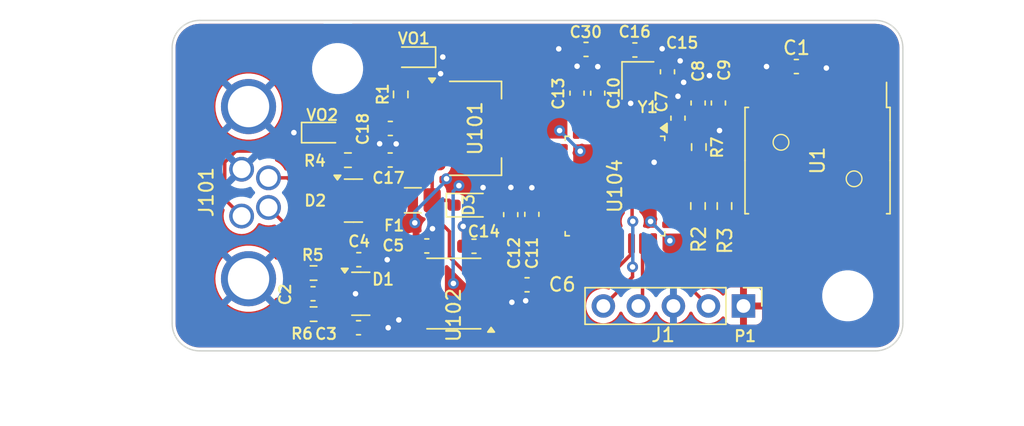
<source format=kicad_pcb>
(kicad_pcb
	(version 20240108)
	(generator "pcbnew")
	(generator_version "8.0")
	(general
		(thickness 1.6)
		(legacy_teardrops no)
	)
	(paper "A4")
	(layers
		(0 "F.Cu" signal)
		(31 "B.Cu" signal)
		(32 "B.Adhes" user "B.Adhesive")
		(33 "F.Adhes" user "F.Adhesive")
		(34 "B.Paste" user)
		(35 "F.Paste" user)
		(36 "B.SilkS" user "B.Silkscreen")
		(37 "F.SilkS" user "F.Silkscreen")
		(38 "B.Mask" user)
		(39 "F.Mask" user)
		(40 "Dwgs.User" user "User.Drawings")
		(41 "Cmts.User" user "User.Comments")
		(42 "Eco1.User" user "User.Eco1")
		(43 "Eco2.User" user "User.Eco2")
		(44 "Edge.Cuts" user)
		(45 "Margin" user)
		(46 "B.CrtYd" user "B.Courtyard")
		(47 "F.CrtYd" user "F.Courtyard")
		(48 "B.Fab" user)
		(49 "F.Fab" user)
		(50 "User.1" user)
		(51 "User.2" user)
		(52 "User.3" user)
		(53 "User.4" user)
		(54 "User.5" user)
		(55 "User.6" user)
		(56 "User.7" user)
		(57 "User.8" user)
		(58 "User.9" user)
	)
	(setup
		(stackup
			(layer "F.SilkS"
				(type "Top Silk Screen")
			)
			(layer "F.Paste"
				(type "Top Solder Paste")
			)
			(layer "F.Mask"
				(type "Top Solder Mask")
				(thickness 0.01)
			)
			(layer "F.Cu"
				(type "copper")
				(thickness 0.035)
			)
			(layer "dielectric 1"
				(type "core")
				(thickness 1.51)
				(material "FR4")
				(epsilon_r 4.5)
				(loss_tangent 0.02)
			)
			(layer "B.Cu"
				(type "copper")
				(thickness 0.035)
			)
			(layer "B.Mask"
				(type "Bottom Solder Mask")
				(thickness 0.01)
			)
			(layer "B.Paste"
				(type "Bottom Solder Paste")
			)
			(layer "B.SilkS"
				(type "Bottom Silk Screen")
			)
			(copper_finish "None")
			(dielectric_constraints no)
		)
		(pad_to_mask_clearance 0)
		(allow_soldermask_bridges_in_footprints no)
		(aux_axis_origin 100 80)
		(grid_origin 100 80)
		(pcbplotparams
			(layerselection 0x00010fc_ffffffff)
			(plot_on_all_layers_selection 0x0000000_00000000)
			(disableapertmacros no)
			(usegerberextensions no)
			(usegerberattributes yes)
			(usegerberadvancedattributes yes)
			(creategerberjobfile yes)
			(dashed_line_dash_ratio 12.000000)
			(dashed_line_gap_ratio 3.000000)
			(svgprecision 6)
			(plotframeref no)
			(viasonmask no)
			(mode 1)
			(useauxorigin no)
			(hpglpennumber 1)
			(hpglpenspeed 20)
			(hpglpendiameter 15.000000)
			(pdf_front_fp_property_popups yes)
			(pdf_back_fp_property_popups yes)
			(dxfpolygonmode yes)
			(dxfimperialunits yes)
			(dxfusepcbnewfont yes)
			(psnegative no)
			(psa4output no)
			(plotreference yes)
			(plotvalue yes)
			(plotfptext yes)
			(plotinvisibletext no)
			(sketchpadsonfab no)
			(subtractmaskfromsilk no)
			(outputformat 1)
			(mirror no)
			(drillshape 1)
			(scaleselection 1)
			(outputdirectory "")
		)
	)
	(net 0 "")
	(net 1 "+3V3")
	(net 2 "GND")
	(net 3 "Net-(C2-Pad2)")
	(net 4 "CAN_H")
	(net 5 "CAN_L")
	(net 6 "+5V")
	(net 7 "CAN_Rx")
	(net 8 "Net-(U104-PF0)")
	(net 9 "NRST")
	(net 10 "Net-(D2-K)")
	(net 11 "Net-(D2-A)")
	(net 12 "SWDIO")
	(net 13 "SWCLK")
	(net 14 "Net-(VO1-A)")
	(net 15 "Net-(U104-PF1)")
	(net 16 "I2C_SCL")
	(net 17 "I2C_SDA")
	(net 18 "unconnected-(U1-Pad9)")
	(net 19 "unconnected-(U1-Pad14)")
	(net 20 "unconnected-(U1-Pad2)")
	(net 21 "unconnected-(U1-Pad12)")
	(net 22 "unconnected-(U1-Pad8)")
	(net 23 "unconnected-(U1-Pad13)")
	(net 24 "unconnected-(U1-Pad6)")
	(net 25 "unconnected-(U1-Pad15)")
	(net 26 "unconnected-(U1-Pad16)")
	(net 27 "unconnected-(U1-Pad1)")
	(net 28 "unconnected-(U1-Pad7)")
	(net 29 "unconnected-(U1-Pad3)")
	(net 30 "CAN_Tx")
	(net 31 "unconnected-(U104-PA4-Pad10)")
	(net 32 "unconnected-(U104-PA2-Pad8)")
	(net 33 "unconnected-(U104-PA10-Pad20)")
	(net 34 "unconnected-(U104-PA7-Pad13)")
	(net 35 "Net-(U104-PB8)")
	(net 36 "unconnected-(U104-PA9-Pad19)")
	(net 37 "unconnected-(U104-PA6-Pad12)")
	(net 38 "unconnected-(U104-PA1-Pad7)")
	(net 39 "unconnected-(U104-PB0-Pad14)")
	(net 40 "unconnected-(U104-PA0-Pad6)")
	(net 41 "unconnected-(U104-PB5-Pad28)")
	(net 42 "unconnected-(U104-PA3-Pad9)")
	(net 43 "unconnected-(U104-PB4-Pad27)")
	(net 44 "unconnected-(U104-PA15-Pad25)")
	(net 45 "unconnected-(U104-PA5-Pad11)")
	(net 46 "unconnected-(U104-PB3-Pad26)")
	(net 47 "unconnected-(U104-PB1-Pad15)")
	(net 48 "unconnected-(U104-PA8-Pad18)")
	(net 49 "Net-(VO2-A)")
	(footprint "Crystal:Crystal_SMD_2016-4Pin_2.0x1.6mm" (layer "F.Cu") (at 133.7775 60.36 -90))
	(footprint "ASS_parts:SOT-23-BAT54FILM" (layer "F.Cu") (at 113.15 69.0875))
	(footprint "Resistor_SMD:R_0603_1608Metric" (layer "F.Cu") (at 138.14 69.48 90))
	(footprint "Capacitor_SMD:C_0603_1608Metric" (layer "F.Cu") (at 136.6875 63.1 90))
	(footprint "Capacitor_SMD:C_0603_1608Metric" (layer "F.Cu") (at 121.895 72.4 180))
	(footprint "Capacitor_SMD:C_0603_1608Metric" (layer "F.Cu") (at 139.62 62 90))
	(footprint "Capacitor_SMD:C_0603_1608Metric" (layer "F.Cu") (at 124.5575 70.105 90))
	(footprint "Capacitor_SMD:C_0603_1608Metric" (layer "F.Cu") (at 115.815 66.14 180))
	(footprint "Resistor_SMD:R_0603_1608Metric" (layer "F.Cu") (at 116.58 61.375 90))
	(footprint "LED_SMD:LED_0603_1608Metric_Pad1.05x0.95mm_HandSolder" (layer "F.Cu") (at 111.05 64.15))
	(footprint "Capacitor_SMD:C_0603_1608Metric" (layer "F.Cu") (at 125.7425 75.2))
	(footprint "Resistor_SMD:R_0603_1608Metric" (layer "F.Cu") (at 140.06 69.48 90))
	(footprint "Capacitor_SMD:C_0603_1608Metric" (layer "F.Cu") (at 113.5175 78.319052 180))
	(footprint "Capacitor_SMD:C_0603_1608Metric" (layer "F.Cu") (at 115.825 63.85 180))
	(footprint "Fuse:Fuse_1206_3216Metric" (layer "F.Cu") (at 117.46 69.0675))
	(footprint "Capacitor_SMD:C_0603_1608Metric" (layer "F.Cu") (at 129.3675 61.285 90))
	(footprint "Resistor_SMD:R_0603_1608Metric" (layer "F.Cu") (at 110.26 77.33 180))
	(footprint "MountingHole:MountingHole_3.2mm_M3" (layer "F.Cu") (at 112 59.5))
	(footprint "Capacitor_SMD:C_0603_1608Metric" (layer "F.Cu") (at 113.5375 73.379052))
	(footprint "Capacitor_SMD:C_0603_1608Metric" (layer "F.Cu") (at 130.02 58.11))
	(footprint "Capacitor_SMD:C_0603_1608Metric" (layer "F.Cu") (at 130.8675 61.285 90))
	(footprint "Diode_SMD:D_SOD-323" (layer "F.Cu") (at 121.5 69.42))
	(footprint "FaSTTUBe_connectors:M8_718_4pin_horizontal" (layer "F.Cu") (at 105.04 68.51 -90))
	(footprint "Package_SO:SOIC-8_3.9x4.9mm_P1.27mm" (layer "F.Cu") (at 120.4325 75.835948 180))
	(footprint "Capacitor_SMD:C_0603_1608Metric" (layer "F.Cu") (at 133.5625 58.15))
	(footprint "LED_SMD:LED_0603_1608Metric_Pad1.05x0.95mm_HandSolder" (layer "F.Cu") (at 117.45 58.67 180))
	(footprint "Resistor_SMD:R_0603_1608Metric" (layer "F.Cu") (at 110.2575 74.349052))
	(footprint "Capacitor_SMD:C_0603_1608Metric" (layer "F.Cu") (at 118.47 72.38))
	(footprint "Resistor_SMD:R_0603_1608Metric" (layer "F.Cu") (at 112.75 66.15 180))
	(footprint "ASS_parts:SOT-223_LDL1117S33R" (layer "F.Cu") (at 121.98 63.84))
	(footprint "ASS_parts:SM6000_SOIC-16" (layer "F.Cu") (at 146.81 66.18 -90))
	(footprint "Capacitor_SMD:C_0603_1608Metric" (layer "F.Cu") (at 135.9275 59.735 -90))
	(footprint "Capacitor_SMD:C_0603_1608Metric" (layer "F.Cu") (at 145.275 59.3525 180))
	(footprint "Package_TO_SOT_SMD:SOT-23" (layer "F.Cu") (at 113.6825 75.85))
	(footprint "Resistor_SMD:R_0603_1608Metric" (layer "F.Cu") (at 138.2 65.2 90))
	(footprint "Capacitor_SMD:C_0603_1608Metric" (layer "F.Cu") (at 126.09 70.085 90))
	(footprint "Capacitor_SMD:C_0603_1608Metric" (layer "F.Cu") (at 138.15 62 90))
	(footprint "Connector_PinHeader_2.54mm:PinHeader_1x05_P2.54mm_Vertical" (layer "F.Cu") (at 141.4375 76.74 -90))
	(footprint "Capacitor_SMD:C_0603_1608Metric" (layer "F.Cu") (at 110.22 75.85 180))
	(footprint "Package_QFP:LQFP-32_7x7mm_P0.8mm"
		(layer "F.Cu")
		(uuid "fbada3c8-a998-4125-ad17-f513c3594ff8")
		(at 132.1175 68.03 -90)
		(descr "LQFP, 32 Pin (https://www.nxp.com/docs/en/package-information/SOT358-1.pdf), generated with kicad-footprint-generator ipc_gullwing_generator.py")
		(tags "LQFP QFP")
		(property "Reference" "U104"
			(at 0 0 90)
			(layer "F.SilkS")
			(uuid "97c14cdf-a9e4-4673-bf47-56678f85ed03")
			(effects
				(font
					(size 1 1)
					(thickness 0.15)
				)
			)
		)
		(property "Value" "STM32F042K6T6"
			(at 0 5.88 90)
			(layer "F.Fab")
			(uuid "aeac8538-46d8-4f34-b18c-19a12280e05f")
			(effects
				(font
					(size 1 1)
					(thickness 0.15)
				)
			)
		)
		(property "Footprint" "Package_QFP:LQFP-32_7x7mm_P0.8mm"
			(at 0 0 90)
			(layer "F.Fab")
			(hide yes)
			(uuid "6aa1b52c-0807-43f6-93c5-10792dcec01e")
			(effects
				(font
					(size 1.27 1.27)
					(thickness 0.15)
				)
			)
		)
		(property "Datasheet" "http://www.st.com/st-web-ui/static/active/en/resource/technical/document/datasheet/DM00105814.pdf"
			(at 0 0 90)
			(layer "F.Fab")
			(hide yes)
			(uuid "f6506b5e-b6c5-4a5b-8ced-89b171d0400c")
			(effects
				(font
					(size 1.27 1.27)
					(thickness 0.15)
				)
			)
		)
		(property "Description" ""
			(at 0 0 90)
			(layer "F.Fab")
			(hide yes)
			(uuid "17fb11d7-70e2-402c-9d50-73cf1ccc381b")
			(effects
				(font
					(size 1.27 1.27)
					(thickness 0.15)
				)
			)
		)
		(property ki_fp_filters "LQFP*7x7mm*P0.8mm*")
		(path "/8cee74f1-4063-4176-8a00-9f2e4a72af2e")
		(sheetname "Root")
		(sheetfile "ASS.kicad_sch")
		(attr smd)
		(fp_line
			(start -3.61 3.61)
			(end -3.61 3.31)
			(stroke
				(width 0.12)
				(type solid)
			)
			(layer "F.SilkS")
			(uuid "0a6dc9fb-51bb-4640-b56a-eefce4ba015f")
		)
		(fp_line
			(start -3.31 3.61)
			(end -3.61 3.61)
			(stroke
				(width 0.12)
				(type solid)
			)
			(layer "F.SilkS")
			(uuid "10d5d06a-06f6-4bcf-946e-0bbbd4b70286")
		)
		(fp_line
			(start 3.31 3.61)
			(end 3.61 3.61)
			(stroke
				(width 0.12)
				(type solid)
			)
			(layer "F.SilkS")
			(uuid "97daa6f8-ab7d-43c1-8d2a-6d55e1fb7af9")
		)
		(fp_line
			(start 3.61 3.61)
			(end 3.61 3.31)
			(stroke
				(width 0.12)
				(type solid)
			)
			(layer "F.SilkS")
			(uuid "01f0aaf5-b4a1-402f-8a02-d2c762641dde")
		)
		(fp_line
			(start -3.61 -3.61)
			(end -3.61 -3.31)
			(stroke
				(width 0.12)
				(type solid)
			)
			(layer "F.SilkS")
			(uuid "f90e732c-30c0-44ea-9139-50391047ccae")
		)
		(fp_line
			(start -3.31 -3.61)
			(end -3.61 -3.61)
			(stroke
				(width 0.12)
				(type solid)
			)
			(layer "F.SilkS")
			(uuid "c7cf31a1-98e4-4303-bfe4-f5b05dd64dd7")
		)
		(fp_line
			(start 3.31 -3.61)
			(end 3.61 -3.61)
			(stroke
				(width 0.12)
				(type solid)
			)
			(layer "F.SilkS")
			(uuid "27673e7f-af8d-412d-bfef-a0381b881cec")
		)
		(fp_line
			(start 3.61 -3.61)
			(end 3.61 -3.31)
			(stroke
				(width 0.12)
				(type solid)
			)
			(layer "F.SilkS")
			(uuid "1bf853df-1615-4b04-9b3f-c1a89d019dd2")
		)
		(fp_poly
			(pts
				(xy -4.2125 -3.31) (xy -4.5525 -3.78) (xy -3.8725 -3.78) (xy -4.2125 -3.31)
			)
			(stroke
				(width 0.12)
				(type solid)
			)
			(fill solid)
			(layer "F.SilkS")
			(uuid "ed3d384d-7a61-49ca-aeee-c7c3e324c797")
		)
		(fp_line
			(start -3.3 5.18)
			(end -3.3 3.75)
			(stroke
				(width 0.05)
				(type solid)
			)
			(layer "F.CrtYd")
			(uuid "14d62f9e-6632-4e1e-befb-22d15de2bbe3")
		)
		(fp_line
			(start 0 5.18)
			(end -3.3 5.18)
			(stroke
				(width 0.05)
				(type solid)
			)
			(layer "F.CrtYd")
			(uuid "258a10b1-64a1-4e91-8c44-fe0dc31a283e")
		)
		(fp_line
			(start 0 5.18)
			(end 3.3 5.18)
			(stroke
				(width 0.05)
				(type solid)
			)
			(layer "F.CrtYd")
			(uuid "a26e22bb-74d2-41de-b63e-9c1c39ef2df8")
		)
		(fp_line
			(start 3.3 5.18)
			(end 3.3 3.75)
			(stroke
				(width 0.05)
				(type solid)
			)
			(layer "F.CrtYd")
			(uuid "426c5ace-9fd8-4835-aff5-ce6f93945a0b")
		)
		(fp_line
			(start -3.75 3.75)
			(end -3.75 3.3)
			(stroke
				(width 0.05)
				(type solid)
			)
			(layer "F.CrtYd")
			(uuid "af28ad24-fa22-4efc-8029-0fba6659ba86")
		)
		(fp_line
			(start -3.3 3.75)
			(end -3.75 3.75)
			(stroke
				(width 0.05)
				(type solid)
			)
			(layer "F.CrtYd")
			(uuid "b4adf2b6-415c-435c-b97c-bed5fa8d243e")
		)
		(fp_line
			(start 3.3 3.75)
			(end 3.75 3.75)
			(stroke
				(width 0.05)
				(type solid)
			)
			(layer "F.CrtYd")
			(uuid "3430469b-8c6d-4d85-a0eb-ab06009f98f1")
		)
		(fp_line
			(start 3.75 3.75)
			(end 3.75 3.3)
			(stroke
				(width 0.05)
				(type solid)
			)
			(layer "F.CrtYd")
			(uuid "3829b76f-5044-4792-a070-3a13b5e301fb")
		)
		(fp_line
			(start -5.18 3.3)
			(end -5.18 0)
			(stroke
				(width 0.05)
				(type solid)
			)
			(layer "F.CrtYd")
			(uuid "125dc762-b5ff-470e-ba1d-11b2f2bfcf7a")
		)
		(fp_line
			(start -3.75 3.3)
			(end -5.18 3.3)
			(stroke
				(width 0.05)
				(type solid)
			)
			(layer "F.CrtYd")
			(uuid "1c747d79-89a7-460f-a70f-af83c0a1fd2e")
		)
		(fp_line
			(start 3.75 3.3)
			(end 5.18 3.3)
			(stroke
				(width 0.05)
				(type solid)
			)
			(layer "F.CrtYd")
			(uuid "0f29e282-abe8-4f50-9512-72548009858b")
		)
		(fp_line
			(start 5.18 3.3)
			(end 5.18 0)
			(stroke
				(width 0.05)
				(type solid)
			)
			(layer "F.CrtYd")
			(uuid "0130fb95-3759-4447-843c-3224a03411f1")
		)
		(fp_line
			(start -5.18 -3.3)
			(end -5.18 0)
			(stroke
				(width 0.05)
				(type solid)
			)
			(layer "F.CrtYd")
			(uuid "9c706cf1-7622-49f2-ac11-2d2be4df19ff")
		)
		(fp_line
			(start -3.75 -3.3)
			(end -5.18 -3.3)
			(stroke
				(width 0.05)
				(type solid)
			)
			(layer "F.CrtYd")
			(uuid "81a476c4-e52e-48a6-822f-ca9c7de9514b")
		)
		(fp_line
			(start 3.75 -3.3)
			(end 5.18 -3.3)
			(stroke
				(width 0.05)
				(type solid)
			)
			(layer "F.CrtYd")
			(uuid "530513c8-459d-45fd-bac1-3463a69baf8a")
		)
		(fp_line
			(start 5.18 -3.3)
			(end 5.18 0)
			(stroke
				(width 0.05)
				(type solid)
			)
			(layer "F.CrtYd")
			(uuid "1f499c69-ddf5-4037-b501-c67827293dc6")
		)
		(fp_line
			(start -3.75 -3.75)
			(end -3.75 -3.3)
			(stroke
				(width 0.05)
				(type solid)
			)
			(layer "F.CrtYd")
			(uuid "92bfb2db-a037-4412-9baf-6509f5610b98")
		)
		(fp_line
			(start -3.3 -3.75)
			(end -3.75 -3.75)
			(stroke
				(width 0.05)
				(type solid)
			)
			(layer "F.CrtYd")
			(uuid "6354bb3a-ff7c-49c4-9a08-d7f047b4c4ae")
		)
		(fp_line
			(start 3.3 -3.75)
			(end 3.75 -3.75)
			(stroke
				(width 0.05)
				(type solid)
			)
			(layer "F.CrtYd")
			(uuid "94974a76-34a2-4112-8fa9-616f2454e2fd")
		)
		(fp_line
			(start 3.75 -3.75)
			(end 3.75 -3.3)
			(stroke
				(width 0.05)
				(type solid)
			)
			(layer "F.CrtYd")
			(uuid "65a69cc1-efff-48ff-85cb-ca958151096b")
		)
		(fp_line
			(start -3.3 -5.18)
			(end -3.3 -3.75)
			(stroke
				(width 0.05)
				(type solid)
			)
			(layer "F.CrtYd")
			(uuid "e83843e3-d24c-4544-acc9-64e361eb2809")
		)
		(fp_line
			(start 0 -5.18)
			(end -3.3 -5.18)
			(stroke
				(width 0.05)
				(type solid)
			)
			(layer "F.CrtYd")
			(uuid "2b3cd8c8-76bf-46e8-aae4-77d570359d17")
		)
		(fp_line
			(start 0 -5.18)
			(end 3.3 -5.18)
			(stroke
				(width 0.05)
				(type solid)
			)
			(layer "F.CrtYd")
			(uuid "e1238725-774c-4349-a77c-ee50b9185967")
		)
		(fp_line
			(start 3.3 -5.18)
			(end 3.3 -3.75)
			(stroke
				(width 0.05)
				(type solid)
			)
			(layer "F.CrtYd")
			(uuid "e71bcb48-8b46-4156-8347-8e1700b54bb3")
		)
		(fp_line
			(start -3.5 3.5)
			(end -3.5 -2.5)
			(stroke
				(width 0.1)
				(type solid)
			)
			(layer "F.Fab")
			(uuid "e8f113fe-851f-40be-8d84-841bb81a768c")
		)
		(fp_line
			(start 3.5 3.5)
			(end -3.5 3.5)
			(stroke
				(width 0.1)
				(type solid)
			)
			(layer "F.Fab")
			(uuid "fae9d6ff-912e-476b-9786-4076de00ba06")
		)
		(fp_line
			(start -3.5 -2.5)
			(end -2.5 -3.5)
			(stroke
				(width 0.1)
				(type solid)
			)
			(layer "F.Fab")
			(uuid "398e47d5-6e09-4dd1-94d6-4d0355681418")
		)
		(fp_line
			(start -2.5 -3.5)
			(end 3.5 -3.5)
			(stroke
				(width 0.1)
				(type solid)
			)
			(layer "F.Fab")
			(uuid "46c8f19c-b084-4002-8d71-cce83b9d95e8")
		)
		(fp_line
			(start 3.5 -3.5)
			(end 3.5 3.5)
			(stroke
				(width 0.1)
				(type solid)
			)
			(layer "F.Fab")
			(uuid "d08ee1d5-8128-4718-be88-1c9a4d82cebd")
		)
		(fp_text user "${REFERENCE}"
			(at 0 0 90)
			(layer "F.Fab")
			(uuid "f16d97ed-5670-4ecd-ad6d-29850135a5ed")
			(effects
				(font
					(size 1 1)
					(thickness 0.15)
				)
			)
		)
		(pad "1" smd roundrect
			(at -4.175 -2.8 270)
			(size 1.5 0.5)
			(layers "F.Cu" "F.Paste" "F.Mask")
			(roundrect_rratio 0.25)
			(net 1 "+3V3")
			(pinfunction "VDD")
			(pintype "power_in")
			(uuid "b4a94659-288b-44d8-8b88-84cbeca5a21d")
		)
		(pad "2" smd roundrect
			(at -4.175 -2 270)
			(size 1.5 0.5)
			(layers "F.Cu" "F.Paste" "F.Mask")
			(roundrect_rratio 0.25)
			(net 8 "Net-(U104-PF0)")
			(pinfunction "PF0")
			(pintype "input")
			(uuid "657551aa-9d90-47c3-8da8-3351cee89b76")
		)
		(pad "3" smd roundrect
			(at -4.175 -1.2 270)
			(size 1.5 0.5)
			(layers "F.Cu" "F.Paste" "F.Mask")
			(roundrect_rratio 0.25)
			(net 15 "Net-(U104-PF1)")
			(pinfunction "PF1")
			(pintype "input")
			(uuid "8c4a4b59-ec5a-4555-8eec-c87bb599683a")
		)
		(pad "4" smd roundrect
			(at -4.175 -0.4 270)
			(size 1.5 0.5)
			(layers "F.Cu" "F.Paste" "F.Mask")
			(roundrect_rratio 0.25)
			(net 9 "NRST")
			(pinfunction "NRST")
			(pintype "input")
			(uuid "af9c9876-47a1-48da-a0c8-2f3fd8439538")
		)
		(pad "5" smd roundrect
			(at -4.175 0.4 270)
			(size 1.5 0.5)
			(layers "F.Cu" "F.Paste" "F.Mask")
			(roundrect_rratio 0.25)
			(net 1 "+3V3")
			(pinfunction "VDDA")
			(pintype "power_in")
			(uuid "795f4f60-da26-4c18-9f1d-52133df15e11")
		)
		(pad "6" smd roundrect
			(at -4.175 1.2 270)
			(size 1.5 0.5)
			(layers "F.Cu" "F.Paste" "F.Mask")
			(roundrect_rratio 0.25)
			(net 40 "unconnected-(U104-PA0-Pad6)")
			(pinfunction "PA0")
			(pintype "bidirectional+no_connect")
			(uuid "936a3888-c18b-43d0-92bd-d28515cbe0aa")
		)
		(pad "7" smd roundrect
			(at -4.175 2 270)
			(size 1.5 0.5)
			(layers "F.Cu" "F.Paste" "F.Mask")
			(roundrect_rratio 0.25)
			(net 38 "unconnected-(U104-PA1-Pad7)")
			(pinfunction "PA1")
			(pintype "bidirectional+no_connect")
			(uuid "6059904e-713c-4492-83d6-354da91b6819")
		)
		(pad "8" smd roundrect
			(at -4.175 2.8 270)
			(size 1.5 0.5)
			(layers "F.Cu" "F.Paste" "F.Mask")
			(roundrect_rratio 0.25)
			(net 32 "unconnected-(U104-PA2-Pad8)")
			(pinfunction "PA2")
			(pintype "bidirectional+no_connect")
			(uuid "1d48c6dd-f0a4-4f94-b530-dccec7087b73")
		)
		(pad "9" smd roundrect
			(at -2.8 4.175 270)
			(size 0.5 1.5)
			(layers "F.Cu" "F.Paste" "F.Mask")
			(roundrect_rratio 0.25)
			(net 42 "unconnected-(U104-PA3-Pad9)")
			(pinfunction "PA3")
			(pintype "bidirectional+no_connect")
			(uuid "b833f3de-8cb6-48d5-bf58-fa635933864d")
		)
		(pad "10" smd roundrect
			(at -2 4.175 270)
			(size 0.5 1.5)
			(layers "F.Cu" "F.Paste" "F.Mask")
			(roundrect_rratio 0.25)
			(net 31 "unconnected-(U104-PA4-Pad10)")
			(pinfunction "PA4")
			(pintype "bidirectional+no_connect")
			(uuid "18fbfa85-9680-404c-8ef3-f8553ae76460")
		)
		(pad "11" smd roundrect
			(at -1.2 4.175 270)
			(size 0.5 1.5)
			(layers "F.Cu" "F.Paste" "F.Mask")
			(roundrect_rratio 0.25)
			(net 45 "unconnected-(U104-PA5-Pad11)")
			(pinfunction "PA5")
			(pintype "bidirectional+no_connect")
			(uuid "d27ca29a-bfa9-4cfa-a8aa-10b1c6c6491f")
		)
		(pad "12" smd roundrect
			(at -0.4 4.175 270)
			(size 0.5 1.5)
			(layers "F.Cu" "F.Paste" "F.Mask")
			(roundrect_rratio 0.25)
			(net 37 "unconnected-(U104-PA6-Pad12)")
			(pinfunction "PA6")
			(pintype "bidirectional+no_connect")
			(uuid "3583fc9e-e2aa-4bcf-800f-e071ac462b6e")
		)
		(pad "13" smd roundrect
			(at 0.4 4.175 270)
			(size 0.5 1.5)
			(layers "F.Cu" "F.Paste" "F.Mask")
			(roundrect_rratio 0.25)
			(net 34 "unconnected-(U104-PA7-Pad13)")
			(pinfunction "PA7")
			(pintype "bidirectional+no_connect")
			(uuid "287d36cb-8b05-4116-a81d-651578a5dafd")
		)
		(pad "14" smd roundrect
			(at 1.2 4.175 270)
			(size 0.5 1.5)
			(layers "F.Cu" "F.Paste" "F.Mask")
			(roundrect_rratio 0.25)
			(net 39 "unconnected-(U104-PB0-Pad14)")
			(pinfunction "PB0")
			(pintype "bidirectional+no_connect")
			(uuid "642c6adf-e48e-47cf-8ed0-a5db7904b6cc")
		)
		(pad "15" smd roundrect
			(at 2 4.175 270)
			(size 0.5 1.5)
			(layers "F.Cu" "F.Paste" "F.Mask")
			(roundrect_rratio 0.25)
			(net 47 "unconnected-(U104-PB1-Pad15)")
			(pinfunction "PB1")
			(pintype "bidirectional+no_connect")
			(uuid "f68155ac-cd93-40d7-97a7-d59a8dafffa7")
		)
		(pad "16" smd roundrect
			(at 2.8 4.175 270)
			(size 0.5 1.5)
			(layers "F.Cu" "F.Paste" "F.Mask")
			(roundrect_rratio 0.25)
			(net 2 "GND")
			(pinfunction "VSS")
			(pintype "power_in")
			(uuid "41b5ccf0-4c59-4152-abb7-befd33e8c051")
		)
		(pad "17" smd roundrect
			(at 4.175 2.8 270)
			(size 1.5 0.5)
			(layers "F.Cu" "F.Paste" "F.Mask")
			(roundrect_rratio 0.25)
			(net 1 "+3V3")
			(pinfunction "VDDIO2")
			(pintype "power_in")
			(uuid "cadd5c3b-4220-4cda-8624-7ccc5e52a6aa")
		)
		(pad "18" smd roundrect
			(at 4.175 2 270)
			(size 1.5 0.5)
			(layers "F.Cu" "F.Paste" "F.Mask")
			(roundrect_rratio 0.25)
			(net 48 "unconnected-(U104-PA8-Pad18)")
			(pinfunction "PA8")
			(pintype "bidirectional+no_connect")
			(uuid "e08227cb-dd42-41cb-be95-5f00223b9f4d")
		)
		(pad "19" smd roundrect
			(at 4.175 1.2 270)
			(size 1.5 0.5)
			(layers "F.Cu" "F.Paste" "F.Mask")
			(roundrect_rratio 0.25)
	
... [188172 chars truncated]
</source>
